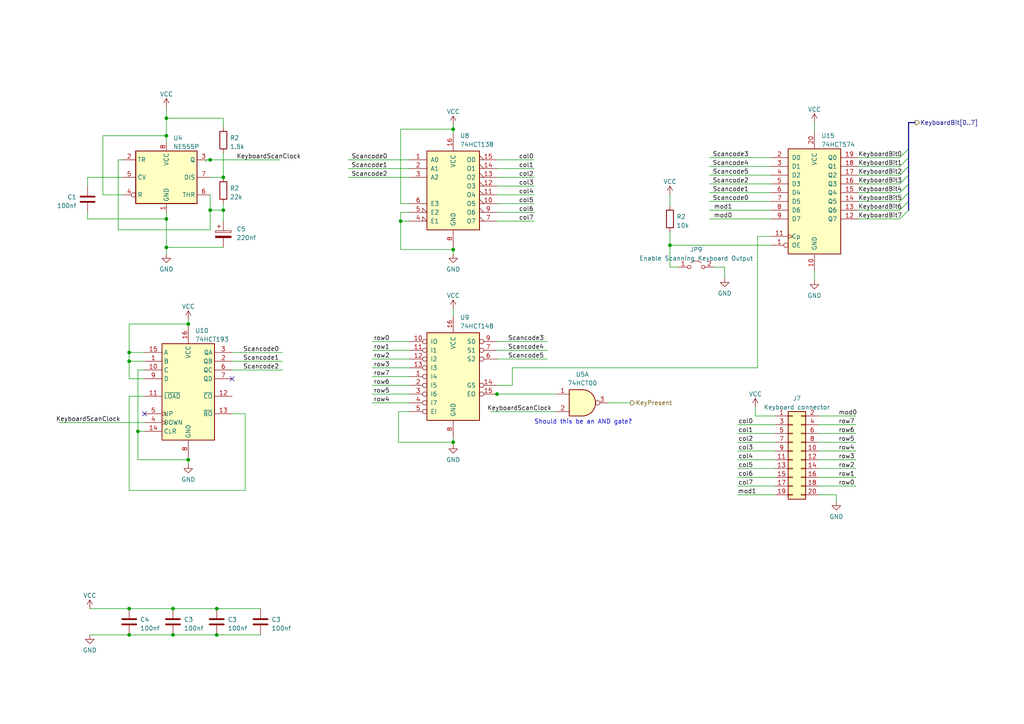
<source format=kicad_sch>
(kicad_sch (version 20230121) (generator eeschema)
  (paper "A4")
  (lib_symbols
    (symbol "74xx:74HCT00" (pin_names (offset 1.016))
      (property "Reference" "U" (at 0 1.27 0))
      (property "Value" "74HCT00" (at 0 -1.27 0))
      (symbol "74HCT00_1_1"
        (arc (start 0 -3.81) (mid 3.7934 0) (end 0 3.81) (stroke (width 0.254)) (fill (type background)))
        (polyline (pts (xy 0 3.81) (xy -3.81 3.81) (xy -3.81 -3.81) (xy 0 -3.81)) (stroke (width 0.254)) (fill (type background)))
        (pin input line (at -7.62 2.54 0) (length 3.81) (name "~") (number "1"))
        (pin input line (at -7.62 -2.54 0) (length 3.81) (name "~") (number "2"))
        (pin output inverted (at 7.62 0 180) (length 3.81) (name "~") (number "3"))
      )
      (symbol "74HCT00_1_2"
        (arc (start -3.81 -3.81) (mid -2.589 0) (end -3.81 3.81) (stroke (width 0.254)))
        (arc (start -0.6096 -3.81) (mid 2.1842 -2.5851) (end 3.81 0) (stroke (width 0.254)) (fill (type background)))
        (polyline (pts (xy -3.81 -3.81) (xy -0.635 -3.81)) (stroke (width 0.254)) (fill (type background)))
        (polyline (pts (xy -3.81 3.81) (xy -0.635 3.81)) (stroke (width 0.254)) (fill (type background)))
        (polyline (pts (xy -0.635 3.81) (xy -3.81 3.81) (xy -3.81 3.81) (xy -3.556 3.4036) (xy -3.0226 2.2606) (xy -2.6924 1.0414) (xy -2.6162 -0.254) (xy -2.7686 -1.4986) (xy -3.175 -2.7178) (xy -3.81 -3.81) (xy -3.81 -3.81) (xy -0.635 -3.81)) (stroke (width -25.4)) (fill (type background)))
        (arc (start 3.81 0) (mid 2.1915 2.5936) (end -0.6096 3.81) (stroke (width 0.254)) (fill (type background)))
        (pin input inverted (at -7.62 2.54 0) (length 4.318) (name "~") (number "1"))
        (pin input inverted (at -7.62 -2.54 0) (length 4.318) (name "~") (number "2"))
        (pin output line (at 7.62 0 180) (length 3.81) (name "~") (number "3"))
      )
      (symbol "74HCT00_2_1"
        (arc (start 0 -3.81) (mid 3.7934 0) (end 0 3.81) (stroke (width 0.254)) (fill (type background)))
        (polyline (pts (xy 0 3.81) (xy -3.81 3.81) (xy -3.81 -3.81) (xy 0 -3.81)) (stroke (width 0.254)) (fill (type background)))
        (pin input line (at -7.62 2.54 0) (length 3.81) (name "~") (number "4"))
        (pin input line (at -7.62 -2.54 0) (length 3.81) (name "~") (number "5"))
        (pin output inverted (at 7.62 0 180) (length 3.81) (name "~") (number "6"))
      )
      (symbol "74HCT00_2_2"
        (arc (start -3.81 -3.81) (mid -2.589 0) (end -3.81 3.81) (stroke (width 0.254)))
        (arc (start -0.6096 -3.81) (mid 2.1842 -2.5851) (end 3.81 0) (stroke (width 0.254)) (fill (type background)))
        (polyline (pts (xy -3.81 -3.81) (xy -0.635 -3.81)) (stroke (width 0.254)) (fill (type background)))
        (polyline (pts (xy -3.81 3.81) (xy -0.635 3.81)) (stroke (width 0.254)) (fill (type background)))
        (polyline (pts (xy -0.635 3.81) (xy -3.81 3.81) (xy -3.81 3.81) (xy -3.556 3.4036) (xy -3.0226 2.2606) (xy -2.6924 1.0414) (xy -2.6162 -0.254) (xy -2.7686 -1.4986) (xy -3.175 -2.7178) (xy -3.81 -3.81) (xy -3.81 -3.81) (xy -0.635 -3.81)) (stroke (width -25.4)) (fill (type background)))
        (arc (start 3.81 0) (mid 2.1915 2.5936) (end -0.6096 3.81) (stroke (width 0.254)) (fill (type background)))
        (pin input inverted (at -7.62 2.54 0) (length 4.318) (name "~") (number "4"))
        (pin input inverted (at -7.62 -2.54 0) (length 4.318) (name "~") (number "5"))
        (pin output line (at 7.62 0 180) (length 3.81) (name "~") (number "6"))
      )
      (symbol "74HCT00_3_1"
        (arc (start 0 -3.81) (mid 3.7934 0) (end 0 3.81) (stroke (width 0.254)) (fill (type background)))
        (polyline (pts (xy 0 3.81) (xy -3.81 3.81) (xy -3.81 -3.81) (xy 0 -3.81)) (stroke (width 0.254)) (fill (type background)))
        (pin input line (at -7.62 -2.54 0) (length 3.81) (name "~") (number "10"))
        (pin output inverted (at 7.62 0 180) (length 3.81) (name "~") (number "8"))
        (pin input line (at -7.62 2.54 0) (length 3.81) (name "~") (number "9"))
      )
      (symbol "74HCT00_3_2"
        (arc (start -3.81 -3.81) (mid -2.589 0) (end -3.81 3.81) (stroke (width 0.254)))
        (arc (start -0.6096 -3.81) (mid 2.1842 -2.5851) (end 3.81 0) (stroke (width 0.254)) (fill (type background)))
        (polyline (pts (xy -3.81 -3.81) (xy -0.635 -3.81)) (stroke (width 0.254)) (fill (type background)))
        (polyline (pts (xy -3.81 3.81) (xy -0.635 3.81)) (stroke (width 0.254)) (fill (type background)))
        (polyline (pts (xy -0.635 3.81) (xy -3.81 3.81) (xy -3.81 3.81) (xy -3.556 3.4036) (xy -3.0226 2.2606) (xy -2.6924 1.0414) (xy -2.6162 -0.254) (xy -2.7686 -1.4986) (xy -3.175 -2.7178) (xy -3.81 -3.81) (xy -3.81 -3.81) (xy -0.635 -3.81)) (stroke (width -25.4)) (fill (type background)))
        (arc (start 3.81 0) (mid 2.1915 2.5936) (end -0.6096 3.81) (stroke (width 0.254)) (fill (type background)))
        (pin input inverted (at -7.62 -2.54 0) (length 4.318) (name "~") (number "10"))
        (pin output line (at 7.62 0 180) (length 3.81) (name "~") (number "8"))
        (pin input inverted (at -7.62 2.54 0) (length 4.318) (name "~") (number "9"))
      )
      (symbol "74HCT00_4_1"
        (arc (start 0 -3.81) (mid 3.7934 0) (end 0 3.81) (stroke (width 0.254)) (fill (type background)))
        (polyline (pts (xy 0 3.81) (xy -3.81 3.81) (xy -3.81 -3.81) (xy 0 -3.81)) (stroke (width 0.254)) (fill (type background)))
        (pin output inverted (at 7.62 0 180) (length 3.81) (name "~") (number "11"))
        (pin input line (at -7.62 2.54 0) (length 3.81) (name "~") (number "12"))
        (pin input line (at -7.62 -2.54 0) (length 3.81) (name "~") (number "13"))
      )
      (symbol "74HCT00_4_2"
        (arc (start -3.81 -3.81) (mid -2.589 0) (end -3.81 3.81) (stroke (width 0.254)))
        (arc (start -0.6096 -3.81) (mid 2.1842 -2.5851) (end 3.81 0) (stroke (width 0.254)) (fill (type background)))
        (polyline (pts (xy -3.81 -3.81) (xy -0.635 -3.81)) (stroke (width 0.254)) (fill (type background)))
        (polyline (pts (xy -3.81 3.81) (xy -0.635 3.81)) (stroke (width 0.254)) (fill (type background)))
        (polyline (pts (xy -0.635 3.81) (xy -3.81 3.81) (xy -3.81 3.81) (xy -3.556 3.4036) (xy -3.0226 2.2606) (xy -2.6924 1.0414) (xy -2.6162 -0.254) (xy -2.7686 -1.4986) (xy -3.175 -2.7178) (xy -3.81 -3.81) (xy -3.81 -3.81) (xy -0.635 -3.81)) (stroke (width -25.4)) (fill (type background)))
        (arc (start 3.81 0) (mid 2.1915 2.5936) (end -0.6096 3.81) (stroke (width 0.254)) (fill (type background)))
        (pin output line (at 7.62 0 180) (length 3.81) (name "~") (number "11"))
        (pin input inverted (at -7.62 2.54 0) (length 4.318) (name "~") (number "12"))
        (pin input inverted (at -7.62 -2.54 0) (length 4.318) (name "~") (number "13"))
      )
      (symbol "74HCT00_5_0"
        (pin power_in line (at 0 12.7 270) (length 5.08) (name "VCC") (number "14"))
        (pin power_in line (at 0 -12.7 90) (length 5.08) (name "GND") (number "7"))
      )
      (symbol "74HCT00_5_1"
        (rectangle (start -5.08 7.62) (end 5.08 -7.62) (stroke (width 0.254)) (fill (type background)))
      )
    )
    (symbol "74xx:74HCT574" (pin_names (offset 1.016))
      (property "Reference" "U" (at -7.62 16.51 0))
      (property "Value" "74HCT574" (at -7.62 -16.51 0))
      (symbol "74HCT574_1_0"
        (pin input inverted (at -12.7 -12.7 0) (length 5.08) (name "OE") (number "1"))
        (pin power_in line (at 0 -20.32 90) (length 5.08) (name "GND") (number "10"))
        (pin input clock (at -12.7 -10.16 0) (length 5.08) (name "Cp") (number "11"))
        (pin tri_state line (at 12.7 -5.08 180) (length 5.08) (name "Q7") (number "12"))
        (pin tri_state line (at 12.7 -2.54 180) (length 5.08) (name "Q6") (number "13"))
        (pin tri_state line (at 12.7 0 180) (length 5.08) (name "Q5") (number "14"))
        (pin tri_state line (at 12.7 2.54 180) (length 5.08) (name "Q4") (number "15"))
        (pin tri_state line (at 12.7 5.08 180) (length 5.08) (name "Q3") (number "16"))
        (pin tri_state line (at 12.7 7.62 180) (length 5.08) (name "Q2") (number "17"))
        (pin tri_state line (at 12.7 10.16 180) (length 5.08) (name "Q1") (number "18"))
        (pin tri_state line (at 12.7 12.7 180) (length 5.08) (name "Q0") (number "19"))
        (pin input line (at -12.7 12.7 0) (length 5.08) (name "D0") (number "2"))
        (pin power_in line (at 0 20.32 270) (length 5.08) (name "VCC") (number "20"))
        (pin input line (at -12.7 10.16 0) (length 5.08) (name "D1") (number "3"))
        (pin input line (at -12.7 7.62 0) (length 5.08) (name "D2") (number "4"))
        (pin input line (at -12.7 5.08 0) (length 5.08) (name "D3") (number "5"))
        (pin input line (at -12.7 2.54 0) (length 5.08) (name "D4") (number "6"))
        (pin input line (at -12.7 0 0) (length 5.08) (name "D5") (number "7"))
        (pin input line (at -12.7 -2.54 0) (length 5.08) (name "D6") (number "8"))
        (pin input line (at -12.7 -5.08 0) (length 5.08) (name "D7") (number "9"))
      )
      (symbol "74HCT574_1_1"
        (rectangle (start -7.62 15.24) (end 7.62 -15.24) (stroke (width 0.254)) (fill (type background)))
      )
    )
    (symbol "74xx:74LS138" (pin_names (offset 1.016))
      (property "Reference" "U" (at -7.62 11.43 0))
      (property "Value" "74LS138" (at -7.62 -13.97 0))
      (symbol "74LS138_1_0"
        (pin input line (at -12.7 7.62 0) (length 5.08) (name "A0") (number "1"))
        (pin output output_low (at 12.7 -5.08 180) (length 5.08) (name "O5") (number "10"))
        (pin output output_low (at 12.7 -2.54 180) (length 5.08) (name "O4") (number "11"))
        (pin output output_low (at 12.7 0 180) (length 5.08) (name "O3") (number "12"))
        (pin output output_low (at 12.7 2.54 180) (length 5.08) (name "O2") (number "13"))
        (pin output output_low (at 12.7 5.08 180) (length 5.08) (name "O1") (number "14"))
        (pin output output_low (at 12.7 7.62 180) (length 5.08) (name "O0") (number "15"))
        (pin power_in line (at 0 15.24 270) (length 5.08) (name "VCC") (number "16"))
        (pin input line (at -12.7 5.08 0) (length 5.08) (name "A1") (number "2"))
        (pin input line (at -12.7 2.54 0) (length 5.08) (name "A2") (number "3"))
        (pin input input_low (at -12.7 -10.16 0) (length 5.08) (name "E1") (number "4"))
        (pin input input_low (at -12.7 -7.62 0) (length 5.08) (name "E2") (number "5"))
        (pin input line (at -12.7 -5.08 0) (length 5.08) (name "E3") (number "6"))
        (pin output output_low (at 12.7 -10.16 180) (length 5.08) (name "O7") (number "7"))
        (pin power_in line (at 0 -17.78 90) (length 5.08) (name "GND") (number "8"))
        (pin output output_low (at 12.7 -7.62 180) (length 5.08) (name "O6") (number "9"))
      )
      (symbol "74LS138_1_1"
        (rectangle (start -7.62 10.16) (end 7.62 -12.7) (stroke (width 0.254)) (fill (type background)))
      )
    )
    (symbol "74xx:74LS148" (pin_names (offset 1.016))
      (property "Reference" "U" (at -7.62 13.97 0))
      (property "Value" "74LS148" (at -7.62 -13.97 0))
      (symbol "74LS148_1_0"
        (pin input inverted (at -12.7 0 0) (length 5.08) (name "I4") (number "1"))
        (pin input inverted (at -12.7 10.16 0) (length 5.08) (name "IO") (number "10"))
        (pin input inverted (at -12.7 7.62 0) (length 5.08) (name "I1") (number "11"))
        (pin input inverted (at -12.7 5.08 0) (length 5.08) (name "I2") (number "12"))
        (pin input inverted (at -12.7 2.54 0) (length 5.08) (name "I3") (number "13"))
        (pin output inverted (at 12.7 -2.54 180) (length 5.08) (name "GS") (number "14"))
        (pin output inverted (at 12.7 -5.08 180) (length 5.08) (name "EO") (number "15"))
        (pin power_in line (at 0 17.78 270) (length 5.08) (name "VCC") (number "16"))
        (pin input inverted (at -12.7 -2.54 0) (length 5.08) (name "I5") (number "2"))
        (pin input inverted (at -12.7 -5.08 0) (length 5.08) (name "I6") (number "3"))
        (pin input inverted (at -12.7 -7.62 0) (length 5.08) (name "I7") (number "4"))
        (pin input inverted (at -12.7 -10.16 0) (length 5.08) (name "EI") (number "5"))
        (pin output inverted (at 12.7 5.08 180) (length 5.08) (name "S2") (number "6"))
        (pin output inverted (at 12.7 7.62 180) (length 5.08) (name "S1") (number "7"))
        (pin power_in line (at 0 -17.78 90) (length 5.08) (name "GND") (number "8"))
        (pin output inverted (at 12.7 10.16 180) (length 5.08) (name "S0") (number "9"))
      )
      (symbol "74LS148_1_1"
        (rectangle (start -7.62 12.7) (end 7.62 -12.7) (stroke (width 0.254)) (fill (type background)))
      )
    )
    (symbol "74xx:74LS193"
      (property "Reference" "U" (at -7.62 13.97 0))
      (property "Value" "74LS193" (at 5.08 13.97 0))
      (symbol "74LS193_1_0"
        (pin input line (at -12.7 7.62 0) (length 5.08) (name "B") (number "1"))
        (pin input line (at -12.7 5.08 0) (length 5.08) (name "C") (number "10"))
        (pin input line (at -12.7 -2.54 0) (length 5.08) (name "~{LOAD}") (number "11"))
        (pin output line (at 12.7 -2.54 180) (length 5.08) (name "~{CO}") (number "12"))
        (pin output line (at 12.7 -7.62 180) (length 5.08) (name "~{BO}") (number "13"))
        (pin input line (at -12.7 -12.7 0) (length 5.08) (name "CLR") (number "14"))
        (pin input line (at -12.7 10.16 0) (length 5.08) (name "A") (number "15"))
        (pin power_in line (at 0 17.78 270) (length 5.08) (name "VCC") (number "16"))
        (pin output line (at 12.7 7.62 180) (length 5.08) (name "QB") (number "2"))
        (pin output line (at 12.7 10.16 180) (length 5.08) (name "QA") (number "3"))
        (pin input clock (at -12.7 -10.16 0) (length 5.08) (name "DOWN") (number "4"))
        (pin input clock (at -12.7 -7.62 0) (length 5.08) (name "UP") (number "5"))
        (pin output line (at 12.7 5.08 180) (length 5.08) (name "QC") (number "6"))
        (pin output line (at 12.7 2.54 180) (length 5.08) (name "QD") (number "7"))
        (pin power_in line (at 0 -20.32 90) (length 5.08) (name "GND") (number "8"))
        (pin input line (at -12.7 2.54 0) (length 5.08) (name "D") (number "9"))
      )
      (symbol "74LS193_1_1"
        (rectangle (start -7.62 12.7) (end 7.62 -15.24) (stroke (width 0.254)) (fill (type background)))
      )
    )
    (symbol "Connector_Generic:Conn_02x10_Odd_Even" (pin_names (offset 1.016) hide)
      (property "Reference" "J" (at 1.27 12.7 0))
      (property "Value" "Conn_02x10_Odd_Even" (at 1.27 -15.24 0))
      (symbol "Conn_02x10_Odd_Even_1_1"
        (rectangle (start -1.27 -12.573) (end 0 -12.827) (stroke (width 0.1524)))
        (rectangle (start -1.27 -10.033) (end 0 -10.287) (stroke (width 0.1524)))
        (rectangle (start -1.27 -7.493) (end 0 -7.747) (stroke (width 0.1524)))
        (rectangle (start -1.27 -4.953) (end 0 -5.207) (stroke (width 0.1524)))
        (rectangle (start -1.27 -2.413) (end 0 -2.667) (stroke (width 0.1524)))
        (rectangle (start -1.27 0.127) (end 0 -0.127) (stroke (width 0.1524)))
        (rectangle (start -1.27 2.667) (end 0 2.413) (stroke (width 0.1524)))
        (rectangle (start -1.27 5.207) (end 0 4.953) (stroke (width 0.1524)))
        (rectangle (start -1.27 7.747) (end 0 7.493) (stroke (width 0.1524)))
        (rectangle (start -1.27 10.287) (end 0 10.033) (stroke (width 0.1524)))
        (rectangle (start -1.27 11.43) (end 3.81 -13.97) (stroke (width 0.254)) (fill (type background)))
        (rectangle (start 3.81 -12.573) (end 2.54 -12.827) (stroke (width 0.1524)))
        (rectangle (start 3.81 -10.033) (end 2.54 -10.287) (stroke (width 0.1524)))
        (rectangle (start 3.81 -7.493) (end 2.54 -7.747) (stroke (width 0.1524)))
        (rectangle (start 3.81 -4.953) (end 2.54 -5.207) (stroke (width 0.1524)))
        (rectangle (start 3.81 -2.413) (end 2.54 -2.667) (stroke (width 0.1524)))
        (rectangle (start 3.81 0.127) (end 2.54 -0.127) (stroke (width 0.1524)))
        (rectangle (start 3.81 2.667) (end 2.54 2.413) (stroke (width 0.1524)))
        (rectangle (start 3.81 5.207) (end 2.54 4.953) (stroke (width 0.1524)))
        (rectangle (start 3.81 7.747) (end 2.54 7.493) (stroke (width 0.1524)))
        (rectangle (start 3.81 10.287) (end 2.54 10.033) (stroke (width 0.1524)))
        (pin passive line (at -5.08 10.16 0) (length 3.81) (name "Pin_1") (number "1"))
        (pin passive line (at 7.62 0 180) (length 3.81) (name "Pin_10") (number "10"))
        (pin passive line (at -5.08 -2.54 0) (length 3.81) (name "Pin_11") (number "11"))
        (pin passive line (at 7.62 -2.54 180) (length 3.81) (name "Pin_12") (number "12"))
        (pin passive line (at -5.08 -5.08 0) (length 3.81) (name "Pin_13") (number "13"))
        (pin passive line (at 7.62 -5.08 180) (length 3.81) (name "Pin_14") (number "14"))
        (pin passive line (at -5.08 -7.62 0) (length 3.81) (name "Pin_15") (number "15"))
        (pin passive line (at 7.62 -7.62 180) (length 3.81) (name "Pin_16") (number "16"))
        (pin passive line (at -5.08 -10.16 0) (length 3.81) (name "Pin_17") (number "17"))
        (pin passive line (at 7.62 -10.16 180) (length 3.81) (name "Pin_18") (number "18"))
        (pin passive line (at -5.08 -12.7 0) (length 3.81) (name "Pin_19") (number "19"))
        (pin passive line (at 7.62 10.16 180) (length 3.81) (name "Pin_2") (number "2"))
        (pin passive line (at 7.62 -12.7 180) (length 3.81) (name "Pin_20") (number "20"))
        (pin passive line (at -5.08 7.62 0) (length 3.81) (name "Pin_3") (number "3"))
        (pin passive line (at 7.62 7.62 180) (length 3.81) (name "Pin_4") (number "4"))
        (pin passive line (at -5.08 5.08 0) (length 3.81) (name "Pin_5") (number "5"))
        (pin passive line (at 7.62 5.08 180) (length 3.81) (name "Pin_6") (number "6"))
        (pin passive line (at -5.08 2.54 0) (length 3.81) (name "Pin_7") (number "7"))
        (pin passive line (at 7.62 2.54 180) (length 3.81) (name "Pin_8") (number "8"))
        (pin passive line (at -5.08 0 0) (length 3.81) (name "Pin_9") (number "9"))
      )
    )
    (symbol "Device:C" (pin_numbers hide) (pin_names (offset 0.254))
      (property "Reference" "C" (at 0.635 2.54 0))
      (property "Value" "C" (at 0.635 -2.54 0))
      (symbol "C_0_1"
        (polyline (pts (xy -2.032 -0.762) (xy 2.032 -0.762)) (stroke (width 0.508)))
        (polyline (pts (xy -2.032 0.762) (xy 2.032 0.762)) (stroke (width 0.508)))
      )
      (symbol "C_1_1"
        (pin passive line (at 0 3.81 270) (length 2.794) (name "~") (number "1"))
        (pin passive line (at 0 -3.81 90) (length 2.794) (name "~") (number "2"))
      )
    )
    (symbol "Device:C_Polarized" (pin_numbers hide) (pin_names (offset 0.254))
      (property "Reference" "C" (at 0.635 2.54 0))
      (property "Value" "C_Polarized" (at 0.635 -2.54 0))
      (symbol "C_Polarized_0_1"
        (rectangle (start -2.286 0.508) (end 2.286 1.016))
        (polyline (pts (xy -1.778 2.286) (xy -0.762 2.286)))
        (polyline (pts (xy -1.27 2.794) (xy -1.27 1.778)))
        (rectangle (start 2.286 -0.508) (end -2.286 -1.016) (fill (type outline)))
      )
      (symbol "C_Polarized_1_1"
        (pin passive line (at 0 3.81 270) (length 2.794) (name "~") (number "1"))
        (pin passive line (at 0 -3.81 90) (length 2.794) (name "~") (number "2"))
      )
    )
    (symbol "Device:R" (pin_numbers hide) (pin_names (offset 0))
      (property "Reference" "R" (at 2.032 0 90))
      (property "Value" "R" (at 0 0 90))
      (symbol "R_0_1"
        (rectangle (start -1.016 -2.54) (end 1.016 2.54) (stroke (width 0.254)))
      )
      (symbol "R_1_1"
        (pin passive line (at 0 3.81 270) (length 1.27) (name "~") (number "1"))
        (pin passive line (at 0 -3.81 90) (length 1.27) (name "~") (number "2"))
      )
    )
    (symbol "Jumper:Jumper_2_Open" (pin_names (offset 0) hide)
      (property "Reference" "JP" (at 0 2.794 0))
      (property "Value" "Jumper_2_Open" (at 0 -2.286 0))
      (symbol "Jumper_2_Open_0_0"
        (circle (center -2.032 0) (radius 0.508))
        (circle (center 2.032 0) (radius 0.508))
      )
      (symbol "Jumper_2_Open_0_1"
        (arc (start 1.524 1.27) (mid 0 1.778) (end -1.524 1.27))
      )
      (symbol "Jumper_2_Open_1_1"
        (pin passive line (at -5.08 0 0) (length 2.54) (name "A") (number "1"))
        (pin passive line (at 5.08 0 180) (length 2.54) (name "B") (number "2"))
      )
    )
    (symbol "Timer:NE555P"
      (property "Reference" "U" (at -10.16 8.89 0))
      (property "Value" "NE555P" (at 2.54 8.89 0))
      (symbol "NE555P_0_0"
        (pin power_in line (at 0 -10.16 90) (length 2.54) (name "GND") (number "1"))
        (pin power_in line (at 0 10.16 270) (length 2.54) (name "VCC") (number "8"))
      )
      (symbol "NE555P_0_1"
        (rectangle (start -8.89 -7.62) (end 8.89 7.62) (stroke (width 0.254)) (fill (type background)))
        (rectangle (start -8.89 -7.62) (end 8.89 7.62) (stroke (width 0.254)) (fill (type background)))
      )
      (symbol "NE555P_1_1"
        (pin input line (at -12.7 5.08 0) (length 3.81) (name "TR") (number "2"))
        (pin output line (at 12.7 5.08 180) (length 3.81) (name "Q") (number "3"))
        (pin input inverted (at -12.7 -5.08 0) (length 3.81) (name "R") (number "4"))
        (pin input line (at -12.7 0 0) (length 3.81) (name "CV") (number "5"))
        (pin input line (at 12.7 -5.08 180) (length 3.81) (name "THR") (number "6"))
        (pin input line (at 12.7 0 180) (length 3.81) (name "DIS") (number "7"))
      )
    )
    (symbol "power:GND" (power) (pin_names (offset 0))
      (property "Value" "GND" (at 0 -3.81 0))
      (symbol "GND_0_1"
        (polyline (pts (xy 0 0) (xy 0 -1.27) (xy 1.27 -1.27) (xy 0 -2.54) (xy -1.27 -1.27) (xy 0 -1.27)))
      )
      (symbol "GND_1_1"
        (pin power_in line (at 0 0 270) (length 0) hide (name "GND") (number "1"))
      )
    )
    (symbol "power:VCC" (power) (pin_names (offset 0))
      (property "Value" "VCC" (at 0 3.81 0))
      (symbol "VCC_0_1"
        (polyline (pts (xy -0.762 1.27) (xy 0 2.54)))
        (polyline (pts (xy 0 0) (xy 0 2.54)))
        (polyline (pts (xy 0 2.54) (xy 0.762 1.27)))
      )
      (symbol "VCC_1_1"
        (pin power_in line (at 0 0 90) (length 0) hide (name "VCC") (number "1"))
      )
    )
  )
  (junction (at 144.145 114.3))
  (junction (at 131.445 37.465))
  (junction (at 37.465 176.53))
  (junction (at 131.445 128.27))
  (junction (at 50.165 184.15))
  (junction (at 54.61 93.98))
  (junction (at 37.465 102.235))
  (junction (at 48.26 63.5))
  (junction (at 48.26 39.37))
  (junction (at 62.865 176.53))
  (junction (at 48.26 34.29))
  (junction (at 62.865 184.15))
  (junction (at 194.31 71.12))
  (junction (at 50.165 176.53))
  (junction (at 64.77 51.435))
  (junction (at 37.465 104.775))
  (junction (at 60.96 60.96))
  (junction (at 37.465 184.15))
  (junction (at 60.96 46.355))
  (junction (at 131.445 72.39))
  (junction (at 48.26 71.755))
  (junction (at 116.205 64.135))
  (junction (at 64.77 60.96))
  (junction (at 40.005 125.095))
  (junction (at 54.61 133.35))
  (no_connect (at 41.91 120.015))
  (no_connect (at 67.31 109.855))
  (bus_entry (at 263.525 48.26) (size -2.54 2.54))
  (bus_entry (at 263.525 43.18) (size -2.54 2.54))
  (bus_entry (at 263.525 50.8) (size -2.54 2.54))
  (bus_entry (at 263.525 45.72) (size -2.54 2.54))
  (bus_entry (at 263.525 53.34) (size -2.54 2.54))
  (bus_entry (at 263.525 55.88) (size -2.54 2.54))
  (bus_entry (at 263.525 58.42) (size -2.54 2.54))
  (bus_entry (at 263.525 60.96) (size -2.54 2.54))
  (wire (pts (xy 116.205 61.595) (xy 116.205 64.135)))
  (wire (pts (xy 100.965 51.435) (xy 118.745 51.435)))
  (wire (pts (xy 144.145 64.135) (xy 154.94 64.135)))
  (wire (pts (xy 115.57 119.38) (xy 115.57 128.27)))
  (bus (pts (xy 263.525 50.8) (xy 263.525 53.34)))
  (wire (pts (xy 248.92 53.34) (xy 260.985 53.34)))
  (wire (pts (xy 41.91 104.775) (xy 37.465 104.775)))
  (wire (pts (xy 41.91 107.315) (xy 40.005 107.315)))
  (wire (pts (xy 67.31 107.315) (xy 81.915 107.315)))
  (bus (pts (xy 263.525 43.18) (xy 263.525 45.72)))
  (wire (pts (xy 248.92 50.8) (xy 260.985 50.8)))
  (wire (pts (xy 116.205 64.135) (xy 116.205 72.39)))
  (wire (pts (xy 48.26 71.755) (xy 48.26 63.5)))
  (wire (pts (xy 237.49 135.89) (xy 248.285 135.89)))
  (wire (pts (xy 64.77 51.435) (xy 60.96 51.435)))
  (wire (pts (xy 237.49 128.27) (xy 248.285 128.27)))
  (wire (pts (xy 54.61 134.62) (xy 54.61 133.35)))
  (wire (pts (xy 205.74 63.5) (xy 223.52 63.5)))
  (wire (pts (xy 224.79 125.73) (xy 213.995 125.73)))
  (wire (pts (xy 54.61 133.35) (xy 54.61 132.715)))
  (wire (pts (xy 118.745 99.06) (xy 107.95 99.06)))
  (wire (pts (xy 118.745 119.38) (xy 115.57 119.38)))
  (wire (pts (xy 237.49 123.19) (xy 248.285 123.19)))
  (wire (pts (xy 67.31 102.235) (xy 81.915 102.235)))
  (wire (pts (xy 48.26 71.755) (xy 64.77 71.755)))
  (wire (pts (xy 35.56 56.515) (xy 29.845 56.515)))
  (wire (pts (xy 100.965 46.355) (xy 118.745 46.355)))
  (wire (pts (xy 131.445 89.535) (xy 131.445 91.44)))
  (wire (pts (xy 205.74 58.42) (xy 223.52 58.42)))
  (wire (pts (xy 210.185 77.47) (xy 207.01 77.47)))
  (wire (pts (xy 60.96 60.96) (xy 64.77 60.96)))
  (wire (pts (xy 143.51 114.3) (xy 144.145 114.3)))
  (wire (pts (xy 224.79 130.81) (xy 213.995 130.81)))
  (wire (pts (xy 219.075 120.65) (xy 224.79 120.65)))
  (wire (pts (xy 131.445 128.905) (xy 131.445 128.27)))
  (wire (pts (xy 116.205 64.135) (xy 118.745 64.135)))
  (wire (pts (xy 237.49 125.73) (xy 248.285 125.73)))
  (wire (pts (xy 224.79 128.27) (xy 213.995 128.27)))
  (wire (pts (xy 144.145 99.06) (xy 158.75 99.06)))
  (wire (pts (xy 48.26 63.5) (xy 48.26 61.595)))
  (bus (pts (xy 263.525 45.72) (xy 263.525 48.26)))
  (wire (pts (xy 148.59 106.68) (xy 219.71 106.68)))
  (wire (pts (xy 26.035 176.53) (xy 37.465 176.53)))
  (wire (pts (xy 144.145 48.895) (xy 154.94 48.895)))
  (wire (pts (xy 115.57 128.27) (xy 131.445 128.27)))
  (bus (pts (xy 263.525 58.42) (xy 263.525 60.96)))
  (wire (pts (xy 194.31 71.12) (xy 194.31 77.47)))
  (wire (pts (xy 64.77 60.96) (xy 64.77 59.055)))
  (wire (pts (xy 205.74 48.26) (xy 223.52 48.26)))
  (wire (pts (xy 118.745 104.14) (xy 107.95 104.14)))
  (wire (pts (xy 219.71 106.68) (xy 219.71 68.58)))
  (wire (pts (xy 34.29 66.675) (xy 60.96 66.675)))
  (wire (pts (xy 71.12 142.24) (xy 71.12 120.015)))
  (wire (pts (xy 62.865 176.53) (xy 75.565 176.53)))
  (wire (pts (xy 205.74 60.96) (xy 223.52 60.96)))
  (wire (pts (xy 144.145 53.975) (xy 154.94 53.975)))
  (wire (pts (xy 37.465 114.935) (xy 37.465 142.24)))
  (wire (pts (xy 40.005 125.095) (xy 40.005 133.35)))
  (wire (pts (xy 131.445 73.66) (xy 131.445 72.39)))
  (wire (pts (xy 41.91 114.935) (xy 37.465 114.935)))
  (wire (pts (xy 142.24 119.38) (xy 161.29 119.38)))
  (bus (pts (xy 263.525 53.34) (xy 263.525 55.88)))
  (wire (pts (xy 40.005 133.35) (xy 54.61 133.35)))
  (wire (pts (xy 237.49 138.43) (xy 248.285 138.43)))
  (wire (pts (xy 40.005 107.315) (xy 40.005 125.095)))
  (wire (pts (xy 67.31 104.775) (xy 81.915 104.775)))
  (wire (pts (xy 116.205 59.055) (xy 116.205 37.465)))
  (wire (pts (xy 205.74 50.8) (xy 223.52 50.8)))
  (wire (pts (xy 34.29 46.355) (xy 34.29 66.675)))
  (wire (pts (xy 144.145 61.595) (xy 154.94 61.595)))
  (wire (pts (xy 25.4 61.595) (xy 25.4 63.5)))
  (wire (pts (xy 194.31 77.47) (xy 196.85 77.47)))
  (wire (pts (xy 41.91 125.095) (xy 40.005 125.095)))
  (wire (pts (xy 144.145 51.435) (xy 154.94 51.435)))
  (wire (pts (xy 144.145 56.515) (xy 154.94 56.515)))
  (wire (pts (xy 236.22 35.56) (xy 236.22 38.1)))
  (wire (pts (xy 64.77 34.29) (xy 48.26 34.29)))
  (wire (pts (xy 37.465 104.775) (xy 37.465 109.855)))
  (wire (pts (xy 64.77 36.83) (xy 64.77 34.29)))
  (wire (pts (xy 48.26 34.29) (xy 48.26 39.37)))
  (wire (pts (xy 50.165 176.53) (xy 62.865 176.53)))
  (wire (pts (xy 62.865 184.15) (xy 75.565 184.15)))
  (wire (pts (xy 118.745 114.3) (xy 107.95 114.3)))
  (wire (pts (xy 59.69 46.99) (xy 59.69 46.355)))
  (bus (pts (xy 263.525 35.56) (xy 263.525 43.18)))
  (wire (pts (xy 224.79 140.97) (xy 213.995 140.97)))
  (wire (pts (xy 242.57 145.415) (xy 242.57 143.51)))
  (wire (pts (xy 26.035 184.15) (xy 37.465 184.15)))
  (wire (pts (xy 224.79 138.43) (xy 213.995 138.43)))
  (wire (pts (xy 194.31 67.31) (xy 194.31 71.12)))
  (wire (pts (xy 64.77 64.135) (xy 64.77 60.96)))
  (wire (pts (xy 194.31 56.515) (xy 194.31 59.69)))
  (wire (pts (xy 237.49 133.35) (xy 248.285 133.35)))
  (wire (pts (xy 118.745 101.6) (xy 107.95 101.6)))
  (wire (pts (xy 213.995 143.51) (xy 224.79 143.51)))
  (wire (pts (xy 100.965 48.895) (xy 118.745 48.895)))
  (wire (pts (xy 25.4 63.5) (xy 48.26 63.5)))
  (wire (pts (xy 118.745 59.055) (xy 116.205 59.055)))
  (bus (pts (xy 263.525 55.88) (xy 263.525 58.42)))
  (wire (pts (xy 219.71 68.58) (xy 223.52 68.58)))
  (wire (pts (xy 29.845 56.515) (xy 29.845 39.37)))
  (wire (pts (xy 210.185 80.645) (xy 210.185 77.47)))
  (wire (pts (xy 182.88 116.84) (xy 176.53 116.84)))
  (wire (pts (xy 236.22 81.28) (xy 236.22 78.74)))
  (wire (pts (xy 60.96 60.96) (xy 60.96 56.515)))
  (wire (pts (xy 131.445 72.39) (xy 131.445 71.755)))
  (wire (pts (xy 37.465 142.24) (xy 71.12 142.24)))
  (wire (pts (xy 248.92 58.42) (xy 260.985 58.42)))
  (wire (pts (xy 60.96 46.355) (xy 81.28 46.355)))
  (wire (pts (xy 60.96 66.675) (xy 60.96 60.96)))
  (wire (pts (xy 17.145 122.555) (xy 41.91 122.555)))
  (wire (pts (xy 131.445 36.195) (xy 131.445 37.465)))
  (wire (pts (xy 144.145 46.355) (xy 154.94 46.355)))
  (wire (pts (xy 29.845 39.37) (xy 48.26 39.37)))
  (wire (pts (xy 37.465 102.235) (xy 41.91 102.235)))
  (wire (pts (xy 219.075 118.11) (xy 219.075 120.65)))
  (wire (pts (xy 48.26 39.37) (xy 48.26 41.275)))
  (wire (pts (xy 35.56 46.355) (xy 34.29 46.355)))
  (wire (pts (xy 131.445 128.27) (xy 131.445 127)))
  (wire (pts (xy 224.79 133.35) (xy 213.995 133.35)))
  (wire (pts (xy 248.92 63.5) (xy 260.985 63.5)))
  (wire (pts (xy 41.91 109.855) (xy 37.465 109.855)))
  (wire (pts (xy 148.59 111.76) (xy 144.145 111.76)))
  (wire (pts (xy 248.92 60.96) (xy 260.985 60.96)))
  (wire (pts (xy 144.145 101.6) (xy 158.75 101.6)))
  (bus (pts (xy 265.43 35.56) (xy 263.525 35.56)))
  (wire (pts (xy 224.79 135.89) (xy 213.995 135.89)))
  (wire (pts (xy 248.92 55.88) (xy 260.985 55.88)))
  (wire (pts (xy 35.56 51.435) (xy 25.4 51.435)))
  (wire (pts (xy 205.74 53.34) (xy 223.52 53.34)))
  (wire (pts (xy 48.26 73.66) (xy 48.26 71.755)))
  (wire (pts (xy 71.12 120.015) (xy 67.31 120.015)))
  (wire (pts (xy 59.69 46.355) (xy 60.96 46.355)))
  (wire (pts (xy 37.465 176.53) (xy 50.165 176.53)))
  (wire (pts (xy 25.4 51.435) (xy 25.4 53.975)))
  (wire (pts (xy 37.465 184.15) (xy 50.165 184.15)))
  (wire (pts (xy 118.745 116.84) (xy 107.95 116.84)))
  (wire (pts (xy 148.59 111.76) (xy 148.59 106.68)))
  (wire (pts (xy 118.745 61.595) (xy 116.205 61.595)))
  (wire (pts (xy 37.465 104.775) (xy 37.465 102.235)))
  (wire (pts (xy 242.57 143.51) (xy 237.49 143.51)))
  (wire (pts (xy 37.465 102.235) (xy 37.465 93.98)))
  (wire (pts (xy 54.61 93.98) (xy 54.61 94.615)))
  (wire (pts (xy 260.985 45.72) (xy 248.92 45.72)))
  (wire (pts (xy 118.745 109.22) (xy 107.95 109.22)))
  (wire (pts (xy 205.74 55.88) (xy 223.52 55.88)))
  (wire (pts (xy 48.26 31.115) (xy 48.26 34.29)))
  (wire (pts (xy 237.49 140.97) (xy 248.285 140.97)))
  (wire (pts (xy 237.49 130.81) (xy 248.285 130.81)))
  (wire (pts (xy 37.465 93.98) (xy 54.61 93.98)))
  (bus (pts (xy 263.525 48.26) (xy 263.525 50.8)))
  (wire (pts (xy 248.92 48.26) (xy 260.985 48.26)))
  (wire (pts (xy 205.74 45.72) (xy 223.52 45.72)))
  (wire (pts (xy 50.165 184.15) (xy 62.865 184.15)))
  (wire (pts (xy 144.145 59.055) (xy 154.94 59.055)))
  (wire (pts (xy 144.145 114.3) (xy 161.29 114.3)))
  (wire (pts (xy 118.745 111.76) (xy 107.95 111.76)))
  (wire (pts (xy 64.77 44.45) (xy 64.77 51.435)))
  (wire (pts (xy 131.445 37.465) (xy 131.445 38.735)))
  (wire (pts (xy 144.145 104.14) (xy 158.75 104.14)))
  (wire (pts (xy 237.49 120.65) (xy 248.285 120.65)))
  (wire (pts (xy 54.61 92.71) (xy 54.61 93.98)))
  (wire (pts (xy 224.79 123.19) (xy 213.995 123.19)))
  (wire (pts (xy 194.31 71.12) (xy 223.52 71.12)))
  (wire (pts (xy 118.745 106.68) (xy 107.95 106.68)))
  (wire (pts (xy 116.205 37.465) (xy 131.445 37.465)))
  (wire (pts (xy 116.205 72.39) (xy 131.445 72.39)))
  (text "Should this be an AND gate?" (at 154.94 123.19 0) (effects (font (size 1.27 1.27)) (justify left bottom)))
  (label "KeyboardBit6" (at 248.92 60.96 0))
  (label "row4" (at 243.205 130.81 0))
  (label "col0" (at 150.495 46.355 0))
  (label "row3" (at 113.03 106.68 180))
  (label "col7" (at 150.495 64.135 0))
  (label "col3" (at 218.44 130.81 180))
  (label "row5" (at 113.03 114.3 180))
  (label "col5" (at 150.495 59.055 0))
  (label "col3" (at 150.495 53.975 0))
  (label "Scancode2" (at 70.485 107.315 0))
  (label "Scancode2" (at 217.17 53.34 180))
  (label "KeyboardBit1" (at 248.92 48.26 0))
  (label "KeyboardScanClock" (at 34.925 122.555 180))
  (label "Scancode0" (at 70.485 102.235 0))
  (label "Scancode1" (at 70.485 104.775 0))
  (label "KeyboardBit2" (at 248.92 50.8 0))
  (label "row1" (at 113.03 101.6 180))
  (label "Scancode5" (at 217.17 50.8 180))
  (label "row7" (at 113.03 109.22 180))
  (label "KeyboardBit7" (at 248.92 63.5 0))
  (label "row6" (at 243.205 125.73 0))
  (label "KeyboardBit3" (at 248.92 53.34 0))
  (label "col2" (at 150.495 51.435 0))
  (label "row1" (at 243.205 138.43 0))
  (label "mod1" (at 207.01 60.96 0))
  (label "col4" (at 150.495 56.515 0))
  (label "row4" (at 113.03 116.84 180))
  (label "col1" (at 218.44 125.73 180))
  (label "col6" (at 218.44 138.43 180))
  (label "row2" (at 243.205 135.89 0))
  (label "KeyboardScanClock" (at 160.02 119.38 180))
  (label "col7" (at 218.44 140.97 180))
  (label "row5" (at 243.205 128.27 0))
  (label "KeyboardScanClock" (at 68.58 46.355 0))
  (label "row3" (at 243.205 133.35 0))
  (label "Scancode1" (at 217.17 55.88 180))
  (label "Scancode0" (at 217.17 58.42 180))
  (label "KeyboardBit5" (at 248.92 58.42 0))
  (label "Scancode4" (at 217.17 48.26 180))
  (label "row0" (at 113.03 99.06 180))
  (label "col4" (at 218.44 133.35 180))
  (label "col1" (at 150.495 48.895 0))
  (label "Scancode5" (at 147.32 104.14 0))
  (label "mod0" (at 243.205 120.65 0))
  (label "Scancode0" (at 112.395 46.355 180))
  (label "Scancode2" (at 112.395 51.435 180))
  (label "Scancode4" (at 147.32 101.6 0))
  (label "row0" (at 243.205 140.97 0))
  (label "mod1" (at 213.995 143.51 0))
  (label "col6" (at 150.495 61.595 0))
  (label "row2" (at 113.03 104.14 180))
  (label "col0" (at 218.44 123.19 180))
  (label "mod0" (at 207.01 63.5 0))
  (label "Scancode3" (at 147.32 99.06 0))
  (label "row6" (at 113.03 111.76 180))
  (label "Scancode3" (at 217.17 45.72 180))
  (label "row7" (at 243.205 123.19 0))
  (label "Scancode1" (at 112.395 48.895 180))
  (label "col2" (at 218.44 128.27 180))
  (label "col5" (at 218.44 135.89 180))
  (label "KeyboardBit4" (at 248.92 55.88 0))
  (label "KeyboardBit0" (at 248.92 45.72 0))
  (hierarchical_label "KeyboardBit[0..7]" (shape output) (at 265.43 35.56 0))
  (hierarchical_label "KeyPresent" (shape output) (at 182.88 116.84 0))
  (symbol (lib_id "power:GND") (at 26.035 184.15 0) (unit 1)
    (property "Reference" "#PWR015" (effects hide))
    (property "Value" "GND" (at 26.035 188.595 0))
    (instances (project "io-card" (path "" (reference "#PWR015") (unit 1)) (path "" (reference "#PWR033") (unit 1))))
  )
  (symbol (lib_id "power:GND") (at 242.57 145.415 0) (unit 1)
    (property "Reference" "#PWR013" (effects hide))
    (property "Value" "GND" (at 242.57 149.86 0))
    (instances (project "io-card" (path "" (reference "#PWR013") (unit 1)) (path "" (reference "#PWR047") (unit 1))))
  )
  (symbol (lib_id "Device:C") (at 37.465 180.34 0) (unit 1)
    (property "Reference" "C4" (at 40.64 179.705 0) (effects (justify left)))
    (property "Value" "100nf" (at 40.64 182.245 0) (effects (justify left)))
    (property "Footprint" "Capacitor_THT:C_Disc_D3.4mm_W2.1mm_P2.50mm" (effects hide))
    (instances (project "io-card" (path "" (reference "C4") (unit 1)) (path "" (reference "C7") (unit 1))))
  )
  (symbol (lib_id "74xx:74LS138") (at 131.445 53.975 0) (unit 1)
    (property "Reference" "U8" (at 133.4009 39.37 0) (effects (justify left)))
    (property "Value" "74HCT138" (at 133.4009 41.91 0) (effects (justify left)))
    (property "Footprint" "Package_DIP:DIP-16_W7.62mm" (effects hide))
    (property "Datasheet" "http://www.ti.com/lit/gpn/sn74LS138" (effects hide))
  )
  (symbol (lib_id "power:VCC") (at 131.445 36.195 0) (unit 1)
    (property "Reference" "#PWR012" (effects hide))
    (property "Value" "VCC" (at 131.445 32.385 0))
    (instances (project "io-card" (path "" (reference "#PWR012") (unit 1)) (path "" (reference "#PWR030") (unit 1))))
  )
  (symbol (lib_id "Device:C") (at 75.565 180.34 0) (unit 1)
    (property "Reference" "C3" (at 78.74 179.705 0) (effects (justify left)))
    (property "Value" "100nf" (at 78.74 182.245 0) (effects (justify left)))
    (property "Footprint" "Capacitor_THT:C_Disc_D3.4mm_W2.1mm_P2.50mm" (effects hide))
    (instances (project "io-card" (path "" (reference "C3") (unit 1)) (path "" (reference "C10") (unit 1))))
  )
  (symbol (lib_id "Connector_Generic:Conn_02x10_Odd_Even") (at 229.87 130.81 0) (unit 1)
    (property "Reference" "J7" (at 231.14 115.57 0))
    (property "Value" "Keyboard connector" (at 231.14 118.11 0))
    (property "Footprint" "Connector_PinSocket_2.54mm:PinSocket_2x10_P2.54mm_Vertical" (effects hide))
  )
  (symbol (lib_id "power:VCC") (at 194.31 56.515 0) (unit 1)
    (property "Reference" "#PWR019" (effects hide))
    (property "Value" "VCC" (at 194.31 52.705 0))
    (instances (project "io-card" (path "" (reference "#PWR019") (unit 1)) (path "" (reference "#PWR034") (unit 1))))
  )
  (symbol (lib_id "Jumper:Jumper_2_Open") (at 201.93 77.47 0) (unit 1)
    (property "Reference" "JP9" (at 201.93 72.39 0))
    (property "Value" "Enable Scanning Keyboard Output" (at 201.93 74.93 0))
    (property "Footprint" "Connector_PinHeader_2.54mm:PinHeader_1x02_P2.54mm_Vertical" (effects hide))
    (instances (project "io-card" (path "" (reference "JP9") (unit 1)) (path "" (reference "JP10") (unit 1))))
  )
  (symbol (lib_id "74xx:74HCT574") (at 236.22 58.42 0) (unit 1)
    (property "Reference" "U15" (at 238.1759 39.37 0) (effects (justify left)))
    (property "Value" "74HCT574" (at 238.1759 41.91 0) (effects (justify left)))
    (property "Footprint" "Package_DIP:DIP-20_W7.62mm" (effects hide))
    (property "Datasheet" "http://www.ti.com/lit/gpn/sn74HCT574" (effects hide))
  )
  (symbol (lib_id "power:GND") (at 236.22 81.28 0) (unit 1)
    (property "Reference" "#PWR013" (effects hide))
    (property "Value" "GND" (at 236.22 85.725 0))
    (instances (project "io-card" (path "" (reference "#PWR013") (unit 1)) (path "" (reference "#PWR025") (unit 1))))
  )
  (symbol (lib_id "74xx:74LS193") (at 54.61 112.395 0) (unit 1)
    (property "Reference" "U10" (at 56.5659 95.885 0) (effects (justify left)))
    (property "Value" "74HCT193" (at 56.5659 98.425 0) (effects (justify left)))
    (property "Footprint" "Package_DIP:DIP-16_W7.62mm" (effects hide))
    (property "Datasheet" "http://www.ti.com/lit/ds/symlink/sn74ls193.pdf" (effects hide))
  )
  (symbol (lib_id "74xx:74LS148") (at 131.445 109.22 0) (unit 1)
    (property "Reference" "U9" (at 133.4009 92.075 0) (effects (justify left)))
    (property "Value" "74HCT148" (at 133.4009 94.615 0) (effects (justify left)))
    (property "Footprint" "Package_DIP:DIP-16_W7.62mm" (effects hide))
    (property "Datasheet" "http://www.ti.com/lit/gpn/sn74LS148" (effects hide))
  )
  (symbol (lib_id "74xx:74HCT00") (at 168.91 116.84 0) (unit 1)
    (property "Reference" "U5" (at 168.9017 108.585 0))
    (property "Value" "74HCT00" (at 168.9017 111.125 0))
    (property "Footprint" "Package_DIP:DIP-14_W7.62mm" (effects hide))
    (property "Datasheet" "http://www.ti.com/lit/gpn/sn74hct00" (effects hide))
  )
  (symbol (lib_id "power:VCC") (at 236.22 35.56 0) (unit 1)
    (property "Reference" "#PWR012" (effects hide))
    (property "Value" "VCC" (at 236.22 31.75 0))
    (instances (project "io-card" (path "" (reference "#PWR012") (unit 1)) (path "" (reference "#PWR024") (unit 1))))
  )
  (symbol (lib_id "Device:C") (at 25.4 57.785 0) (mirror y) (unit 1)
    (property "Reference" "C1" (at 22.225 57.15 0) (effects (justify left)))
    (property "Value" "100nf" (at 22.225 59.69 0) (effects (justify left)))
    (property "Footprint" "Capacitor_THT:C_Disc_D3.4mm_W2.1mm_P2.50mm" (effects hide))
    (instances (project "io-card" (path "" (reference "C1") (unit 1)) (path "" (reference "C6") (unit 1))))
  )
  (symbol (lib_id "power:GND") (at 48.26 73.66 0) (unit 1)
    (property "Reference" "#PWR013" (effects hide))
    (property "Value" "GND" (at 48.26 78.105 0))
    (instances (project "io-card" (path "" (reference "#PWR013") (unit 1)) (path "" (reference "#PWR023") (unit 1))))
  )
  (symbol (lib_id "power:VCC") (at 54.61 92.71 0) (unit 1)
    (property "Reference" "#PWR012" (effects hide))
    (property "Value" "VCC" (at 54.61 88.9 0))
    (instances (project "io-card" (path "" (reference "#PWR012") (unit 1)) (path "" (reference "#PWR028") (unit 1))))
  )
  (symbol (lib_id "power:GND") (at 54.61 134.62 0) (unit 1)
    (property "Reference" "#PWR013" (effects hide))
    (property "Value" "GND" (at 54.61 139.065 0))
    (instances (project "io-card" (path "" (reference "#PWR013") (unit 1)) (path "" (reference "#PWR029") (unit 1))))
  )
  (symbol (lib_id "power:VCC") (at 26.035 176.53 0) (unit 1)
    (property "Reference" "#PWR014" (effects hide))
    (property "Value" "VCC" (at 26.035 172.72 0))
    (instances (project "io-card" (path "" (reference "#PWR014") (unit 1)) (path "" (reference "#PWR032") (unit 1))))
  )
  (symbol (lib_id "power:GND") (at 131.445 73.66 0) (unit 1)
    (property "Reference" "#PWR013" (effects hide))
    (property "Value" "GND" (at 131.445 78.105 0))
    (instances (project "io-card" (path "" (reference "#PWR013") (unit 1)) (path "" (reference "#PWR031") (unit 1))))
  )
  (symbol (lib_id "power:VCC") (at 219.075 118.11 0) (unit 1)
    (property "Reference" "#PWR012" (effects hide))
    (property "Value" "VCC" (at 219.075 114.3 0))
    (instances (project "io-card" (path "" (reference "#PWR012") (unit 1)) (path "" (reference "#PWR046") (unit 1))))
  )
  (symbol (lib_id "Device:R") (at 194.31 63.5 0) (unit 1)
    (property "Reference" "R2" (at 196.215 62.865 0) (effects (justify left)))
    (property "Value" "10k" (at 196.215 65.405 0) (effects (justify left)))
    (property "Footprint" "Resistor_THT:R_Axial_DIN0204_L3.6mm_D1.6mm_P5.08mm_Horizontal" (effects hide))
    (instances (project "io-card" (path "" (reference "R2") (unit 1)) (path "" (reference "R5") (unit 1))))
  )
  (symbol (lib_id "Timer:NE555P") (at 48.26 51.435 0) (unit 1)
    (property "Reference" "U4" (at 50.2159 40.005 0) (effects (justify left)))
    (property "Value" "NE555P" (at 50.2159 42.545 0) (effects (justify left)))
    (property "Footprint" "Package_DIP:DIP-8_W7.62mm" (effects hide))
    (property "Datasheet" "http://www.ti.com/lit/ds/symlink/ne555.pdf" (effects hide))
  )
  (symbol (lib_id "Device:C_Polarized") (at 64.77 67.945 0) (unit 1)
    (property "Reference" "C5" (at 68.58 66.421 0) (effects (justify left)))
    (property "Value" "220nf" (at 68.58 68.961 0) (effects (justify left)))
    (property "Footprint" "Capacitor_THT:C_Radial_D4.0mm_H5.0mm_P1.50mm" (effects hide))
  )
  (symbol (lib_id "power:VCC") (at 48.26 31.115 0) (unit 1)
    (property "Reference" "#PWR012" (effects hide))
    (property "Value" "VCC" (at 48.26 27.305 0))
    (instances (project "io-card" (path "" (reference "#PWR012") (unit 1)) (path "" (reference "#PWR022") (unit 1))))
  )
  (symbol (lib_id "power:VCC") (at 131.445 89.535 0) (unit 1)
    (property "Reference" "#PWR012" (effects hide))
    (property "Value" "VCC" (at 131.445 85.725 0))
    (instances (project "io-card" (path "" (reference "#PWR012") (unit 1)) (path "" (reference "#PWR026") (unit 1))))
  )
  (symbol (lib_id "Device:R") (at 64.77 40.64 0) (unit 1)
    (property "Reference" "R2" (at 66.675 40.005 0) (effects (justify left)))
    (property "Value" "1.5k" (at 66.675 42.545 0) (effects (justify left)))
    (property "Footprint" "Resistor_THT:R_Axial_DIN0204_L3.6mm_D1.6mm_P5.08mm_Horizontal" (effects hide))
    (instances (project "io-card" (path "" (reference "R2") (unit 1)) (path "" (reference "R3") (unit 1))))
  )
  (symbol (lib_id "power:GND") (at 131.445 128.905 0) (unit 1)
    (property "Reference" "#PWR013" (effects hide))
    (property "Value" "GND" (at 131.445 133.35 0))
    (instances (project "io-card" (path "" (reference "#PWR013") (unit 1)) (path "" (reference "#PWR027") (unit 1))))
  )
  (symbol (lib_id "Device:C") (at 62.865 180.34 0) (unit 1)
    (property "Reference" "C3" (at 66.04 179.705 0) (effects (justify left)))
    (property "Value" "100nf" (at 66.04 182.245 0) (effects (justify left)))
    (property "Footprint" "Capacitor_THT:C_Disc_D3.4mm_W2.1mm_P2.50mm" (effects hide))
    (instances (project "io-card" (path "" (reference "C3") (unit 1)) (path "" (reference "C9") (unit 1))))
  )
  (symbol (lib_id "Device:R") (at 64.77 55.245 0) (unit 1)
    (property "Reference" "R2" (at 66.675 54.61 0) (effects (justify left)))
    (property "Value" "22k" (at 66.675 57.15 0) (effects (justify left)))
    (property "Footprint" "Resistor_THT:R_Axial_DIN0204_L3.6mm_D1.6mm_P5.08mm_Horizontal" (effects hide))
    (instances (project "io-card" (path "" (reference "R2") (unit 1)) (path "" (reference "R4") (unit 1))))
  )
  (symbol (lib_id "Device:C") (at 50.165 180.34 0) (unit 1)
    (property "Reference" "C3" (at 53.34 179.705 0) (effects (justify left)))
    (property "Value" "100nf" (at 53.34 182.245 0) (effects (justify left)))
    (property "Footprint" "Capacitor_THT:C_Disc_D3.4mm_W2.1mm_P2.50mm" (effects hide))
    (instances (project "io-card" (path "" (reference "C3") (unit 1)) (path "" (reference "C8") (unit 1))))
  )
  (symbol (lib_id "power:GND") (at 210.185 80.645 0) (unit 1)
    (property "Reference" "#PWR018" (effects hide))
    (property "Value" "GND" (at 210.185 85.09 0))
    (instances (project "io-card" (path "" (reference "#PWR018") (unit 1)) (path "" (reference "#PWR035") (unit 1))))
  )
)
</source>
